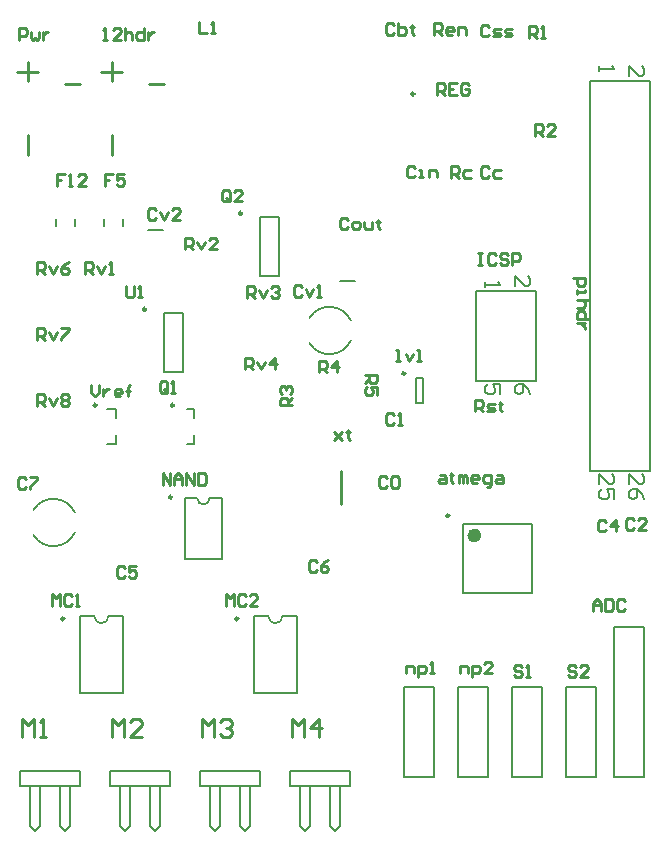
<source format=gto>
%FSLAX25Y25*%
%MOIN*%
G70*
G01*
G75*
G04 Layer_Color=65535*
%ADD10R,0.03937X0.04331*%
%ADD11R,0.15748X0.39370*%
%ADD12R,0.07087X0.06299*%
%ADD13O,0.02165X0.06496*%
%ADD14O,0.06496X0.02165*%
%ADD15R,0.08465X0.01575*%
%ADD16R,0.08465X0.01575*%
%ADD17R,0.04331X0.03937*%
%ADD18R,0.06496X0.01181*%
%ADD19R,0.05906X0.05118*%
%ADD20O,0.04921X0.01181*%
%ADD21O,0.09843X0.02756*%
%ADD22R,0.06299X0.02362*%
%ADD23O,0.07087X0.02362*%
%ADD24R,0.16535X0.16535*%
%ADD25R,0.05118X0.02362*%
%ADD26C,0.00787*%
%ADD27C,0.01181*%
%ADD28C,0.05906*%
%ADD29C,0.01969*%
%ADD30C,0.01378*%
%ADD31C,0.04724*%
%ADD32C,0.01000*%
%ADD33C,0.00000*%
%ADD34C,0.03150*%
%ADD35C,0.03937*%
%ADD36C,0.01575*%
%ADD37C,0.05906*%
%ADD38R,0.05906X0.05906*%
%ADD39C,0.05315*%
%ADD40R,0.05315X0.05315*%
%ADD41C,0.05906*%
%ADD42R,0.05906X0.05906*%
%ADD43C,0.15000*%
%ADD44C,0.05000*%
%ADD45C,0.02362*%
%ADD46C,0.00984*%
%ADD47C,0.00800*%
D26*
X115161Y155274D02*
G03*
X101360Y156232I-7161J-3274D01*
G01*
Y147768D02*
G03*
X115161Y148726I6640J4232D01*
G01*
X87638Y56795D02*
G03*
X92362Y56795I2362J0D01*
G01*
X63966Y96039D02*
G03*
X68034Y96039I2034J0D01*
G01*
X29638Y56795D02*
G03*
X34362Y56795I2362J0D01*
G01*
X9360Y83768D02*
G03*
X23161Y84726I6640J4232D01*
G01*
Y91274D02*
G03*
X9360Y92232I-7161J-3274D01*
G01*
X195000Y105000D02*
Y235000D01*
X215000Y105000D02*
Y235000D01*
X195000D02*
X215000D01*
X195000Y105000D02*
X215000D01*
X16850Y186819D02*
Y189181D01*
X23150Y186819D02*
Y189181D01*
X39150Y186819D02*
Y189181D01*
X32850Y186819D02*
Y189181D01*
X133000Y33000D02*
X143000D01*
Y3000D02*
Y33000D01*
X133000Y3000D02*
X143000D01*
X133000D02*
Y33000D01*
X169000D02*
X179000D01*
Y3000D02*
Y33000D01*
X169000Y3000D02*
X179000D01*
X169000D02*
Y33000D01*
X187000D02*
X197000D01*
Y3000D02*
Y33000D01*
X187000Y3000D02*
X197000D01*
X187000D02*
Y33000D01*
X151000D02*
X161000D01*
Y3000D02*
Y33000D01*
X151000Y3000D02*
X161000D01*
X151000D02*
Y33000D01*
X152386Y64386D02*
X175614D01*
X152386Y87614D02*
X175614D01*
Y64386D02*
Y87614D01*
X152386Y64386D02*
Y87614D01*
X157000Y135000D02*
Y154167D01*
Y135000D02*
Y165000D01*
X177000Y135000D02*
Y165000D01*
X157000D02*
X177000D01*
X157000Y135000D02*
X177000D01*
X95000Y0D02*
X115000D01*
Y5000D01*
X95000Y0D02*
Y5000D01*
X115000D01*
X98333Y-13333D02*
Y0D01*
Y-13333D02*
X100000Y-15000D01*
X101667Y-13333D01*
X101667Y-13333D02*
Y0D01*
X108333Y-13333D02*
Y0D01*
Y-13333D02*
X110000Y-15000D01*
X111667Y-13333D01*
Y0D01*
X65000D02*
X85000D01*
Y5000D01*
X65000Y0D02*
Y5000D01*
X85000D01*
X68333Y-13333D02*
Y0D01*
Y-13333D02*
X70000Y-15000D01*
X71667Y-13333D01*
X71667Y-13333D02*
Y0D01*
X78333Y-13333D02*
Y0D01*
Y-13333D02*
X80000Y-15000D01*
X81667Y-13333D01*
Y0D01*
X97087Y31205D02*
Y56795D01*
X82913Y31205D02*
Y56795D01*
Y31205D02*
X97087D01*
X92362Y56795D02*
X97087D01*
X82913D02*
X87638D01*
X72102Y75961D02*
Y96039D01*
X59898Y75961D02*
Y96039D01*
Y75961D02*
X72102D01*
X68034Y96039D02*
X72102D01*
X59898D02*
X63966D01*
X35000Y0D02*
X55000D01*
Y5000D01*
X35000Y0D02*
Y5000D01*
X55000D01*
X38333Y-13333D02*
Y0D01*
Y-13333D02*
X40000Y-15000D01*
X41667Y-13333D01*
X41667Y-13333D02*
Y0D01*
X48333Y-13333D02*
Y0D01*
Y-13333D02*
X50000Y-15000D01*
X51667Y-13333D01*
Y0D01*
X5000D02*
X25000D01*
Y5000D01*
X5000Y0D02*
Y5000D01*
X25000D01*
X8333Y-13333D02*
Y0D01*
Y-13333D02*
X10000Y-15000D01*
X11667Y-13333D01*
X11667Y-13333D02*
Y0D01*
X18333Y-13333D02*
Y0D01*
Y-13333D02*
X20000Y-15000D01*
X21667Y-13333D01*
Y0D01*
X39087Y31205D02*
Y56795D01*
X24913Y31205D02*
Y56795D01*
Y31205D02*
X39087D01*
X34362Y56795D02*
X39087D01*
X24913D02*
X29638D01*
X111441Y168520D02*
X116559D01*
X136819Y127866D02*
Y136134D01*
X139181Y127866D02*
Y136134D01*
X136819D02*
X139181D01*
X136819Y127866D02*
X139181D01*
X52850Y138157D02*
Y157843D01*
X59150Y138157D02*
Y157843D01*
X52850D02*
X59150D01*
X52850Y138157D02*
X59150D01*
X84850Y170157D02*
Y189843D01*
X91150Y170157D02*
Y189843D01*
X84850D02*
X91150D01*
X84850Y170157D02*
X91150D01*
X60394Y125906D02*
X62756D01*
Y122756D02*
Y125906D01*
X60394Y114094D02*
X62756D01*
Y117244D01*
X47441Y185480D02*
X52559D01*
X203000Y3000D02*
X213000D01*
X203000D02*
Y53000D01*
X213000Y3000D02*
Y53000D01*
X203000D02*
X213000D01*
X34000Y125906D02*
X36756D01*
Y122756D02*
Y125906D01*
X34000Y114094D02*
X36756D01*
Y117244D01*
D32*
X112000Y94200D02*
Y104200D01*
Y95000D02*
Y105000D01*
X7500Y210500D02*
Y217000D01*
Y235000D02*
Y241500D01*
X20000Y234000D02*
X25000D01*
X4000Y238000D02*
X11000D01*
X35500Y210500D02*
Y217000D01*
Y235000D02*
Y241500D01*
X48000Y234000D02*
X53000D01*
X32000Y238000D02*
X39000D01*
X200124Y88280D02*
X199468Y88936D01*
X198156D01*
X197500Y88280D01*
Y85656D01*
X198156Y85000D01*
X199468D01*
X200124Y85656D01*
X203404Y85000D02*
Y88936D01*
X201436Y86968D01*
X204060D01*
X209624Y88780D02*
X208968Y89436D01*
X207656D01*
X207000Y88780D01*
Y86156D01*
X207656Y85500D01*
X208968D01*
X209624Y86156D01*
X213560Y85500D02*
X210936D01*
X213560Y88124D01*
Y88780D01*
X212904Y89436D01*
X211592D01*
X210936Y88780D01*
X189188Y169500D02*
X193124D01*
Y167532D01*
X192468Y166876D01*
X191156D01*
X190500Y167532D01*
Y169500D01*
Y165564D02*
Y164252D01*
Y164908D01*
X193124D01*
Y165564D01*
X194436Y162285D02*
X190500D01*
X192468D01*
X193124Y161628D01*
Y160317D01*
X192468Y159661D01*
X190500D01*
X194436Y155725D02*
X190500D01*
Y157693D01*
X191156Y158349D01*
X192468D01*
X193124Y157693D01*
Y155725D01*
Y154413D02*
X190500D01*
X191812D01*
X192468Y153757D01*
X193124Y153101D01*
Y152445D01*
X120000Y137000D02*
X123936D01*
Y135032D01*
X123280Y134376D01*
X121968D01*
X121312Y135032D01*
Y137000D01*
Y135688D02*
X120000Y134376D01*
X123936Y130440D02*
Y133064D01*
X121968D01*
X122624Y131752D01*
Y131096D01*
X121968Y130440D01*
X120656D01*
X120000Y131096D01*
Y132408D01*
X120656Y133064D01*
X80000Y139000D02*
Y142936D01*
X81968D01*
X82624Y142280D01*
Y140968D01*
X81968Y140312D01*
X80000D01*
X81312D02*
X82624Y139000D01*
X83936Y141624D02*
X85248Y139000D01*
X86560Y141624D01*
X89839Y139000D02*
Y142936D01*
X87871Y140968D01*
X90495D01*
X80600Y162900D02*
Y166836D01*
X82568D01*
X83224Y166180D01*
Y164868D01*
X82568Y164212D01*
X80600D01*
X81912D02*
X83224Y162900D01*
X84536Y165524D02*
X85848Y162900D01*
X87160Y165524D01*
X88472Y166180D02*
X89127Y166836D01*
X90439D01*
X91095Y166180D01*
Y165524D01*
X90439Y164868D01*
X89783D01*
X90439D01*
X91095Y164212D01*
Y163556D01*
X90439Y162900D01*
X89127D01*
X88472Y163556D01*
X60000Y179000D02*
Y182936D01*
X61968D01*
X62624Y182280D01*
Y180968D01*
X61968Y180312D01*
X60000D01*
X61312D02*
X62624Y179000D01*
X63936Y181624D02*
X65248Y179000D01*
X66560Y181624D01*
X70495Y179000D02*
X67871D01*
X70495Y181624D01*
Y182280D01*
X69839Y182936D01*
X68527D01*
X67871Y182280D01*
X26600Y170900D02*
Y174836D01*
X28568D01*
X29224Y174180D01*
Y172868D01*
X28568Y172212D01*
X26600D01*
X27912D02*
X29224Y170900D01*
X30536Y173524D02*
X31848Y170900D01*
X33160Y173524D01*
X34471Y170900D02*
X35783D01*
X35127D01*
Y174836D01*
X34471Y174180D01*
X54024Y131756D02*
Y134380D01*
X53368Y135036D01*
X52056D01*
X51400Y134380D01*
Y131756D01*
X52056Y131100D01*
X53368D01*
X52712Y132412D02*
X54024Y131100D01*
X53368D02*
X54024Y131756D01*
X55336Y131100D02*
X56648D01*
X55992D01*
Y135036D01*
X55336Y134380D01*
X19724Y204036D02*
X17100D01*
Y202068D01*
X18412D01*
X17100D01*
Y200100D01*
X21036D02*
X22348D01*
X21692D01*
Y204036D01*
X21036Y203380D01*
X26939Y200100D02*
X24316D01*
X26939Y202724D01*
Y203380D01*
X26283Y204036D01*
X24972D01*
X24316Y203380D01*
X98724Y166580D02*
X98068Y167236D01*
X96756D01*
X96100Y166580D01*
Y163956D01*
X96756Y163300D01*
X98068D01*
X98724Y163956D01*
X100036Y165924D02*
X101348Y163300D01*
X102660Y165924D01*
X103972Y163300D02*
X105283D01*
X104627D01*
Y167236D01*
X103972Y166580D01*
X32500Y248900D02*
X33812D01*
X33156D01*
Y252836D01*
X32500Y252180D01*
X38404Y248900D02*
X35780D01*
X38404Y251524D01*
Y252180D01*
X37748Y252836D01*
X36436D01*
X35780Y252180D01*
X39715Y252836D02*
Y248900D01*
Y250868D01*
X40372Y251524D01*
X41683D01*
X42339Y250868D01*
Y248900D01*
X46275Y252836D02*
Y248900D01*
X44307D01*
X43651Y249556D01*
Y250868D01*
X44307Y251524D01*
X46275D01*
X47587D02*
Y248900D01*
Y250212D01*
X48243Y250868D01*
X48899Y251524D01*
X49555D01*
X196000Y58500D02*
Y61124D01*
X197312Y62436D01*
X198624Y61124D01*
Y58500D01*
Y60468D01*
X196000D01*
X199936Y62436D02*
Y58500D01*
X201904D01*
X202560Y59156D01*
Y61780D01*
X201904Y62436D01*
X199936D01*
X206495Y61780D02*
X205839Y62436D01*
X204527D01*
X203871Y61780D01*
Y59156D01*
X204527Y58500D01*
X205839D01*
X206495Y59156D01*
X144756Y103824D02*
X146068D01*
X146724Y103168D01*
Y101200D01*
X144756D01*
X144100Y101856D01*
X144756Y102512D01*
X146724D01*
X148692Y104480D02*
Y103824D01*
X148036D01*
X149348D01*
X148692D01*
Y101856D01*
X149348Y101200D01*
X151315D02*
Y103824D01*
X151971D01*
X152627Y103168D01*
Y101200D01*
Y103168D01*
X153283Y103824D01*
X153939Y103168D01*
Y101200D01*
X157219D02*
X155907D01*
X155251Y101856D01*
Y103168D01*
X155907Y103824D01*
X157219D01*
X157875Y103168D01*
Y102512D01*
X155251D01*
X160499Y99888D02*
X161155D01*
X161811Y100544D01*
Y103824D01*
X159843D01*
X159187Y103168D01*
Y101856D01*
X159843Y101200D01*
X161811D01*
X163779Y103824D02*
X165091D01*
X165747Y103168D01*
Y101200D01*
X163779D01*
X163123Y101856D01*
X163779Y102512D01*
X165747D01*
X127124Y102780D02*
X126468Y103436D01*
X125156D01*
X124500Y102780D01*
Y100156D01*
X125156Y99500D01*
X126468D01*
X127124Y100156D01*
X128436Y102780D02*
X129092Y103436D01*
X130404D01*
X131060Y102780D01*
Y100156D01*
X130404Y99500D01*
X129092D01*
X128436Y100156D01*
Y102780D01*
X129624Y123780D02*
X128968Y124436D01*
X127656D01*
X127000Y123780D01*
Y121156D01*
X127656Y120500D01*
X128968D01*
X129624Y121156D01*
X130936Y120500D02*
X132248D01*
X131592D01*
Y124436D01*
X130936Y123780D01*
X35724Y204036D02*
X33100D01*
Y202068D01*
X34412D01*
X33100D01*
Y200100D01*
X39660Y204036D02*
X37036D01*
Y202068D01*
X38348Y202724D01*
X39004D01*
X39660Y202068D01*
Y200756D01*
X39004Y200100D01*
X37692D01*
X37036Y200756D01*
X157600Y177736D02*
X158912D01*
X158256D01*
Y173800D01*
X157600D01*
X158912D01*
X163504Y177080D02*
X162848Y177736D01*
X161536D01*
X160880Y177080D01*
Y174456D01*
X161536Y173800D01*
X162848D01*
X163504Y174456D01*
X167439Y177080D02*
X166783Y177736D01*
X165471D01*
X164815Y177080D01*
Y176424D01*
X165471Y175768D01*
X166783D01*
X167439Y175112D01*
Y174456D01*
X166783Y173800D01*
X165471D01*
X164815Y174456D01*
X168751Y173800D02*
Y177736D01*
X170719D01*
X171375Y177080D01*
Y175768D01*
X170719Y175112D01*
X168751D01*
X133600Y37700D02*
Y40324D01*
X135568D01*
X136224Y39668D01*
Y37700D01*
X137536Y36388D02*
Y40324D01*
X139504D01*
X140160Y39668D01*
Y38356D01*
X139504Y37700D01*
X137536D01*
X141472D02*
X142783D01*
X142127D01*
Y41636D01*
X141472Y40980D01*
X151600Y37700D02*
Y40324D01*
X153568D01*
X154224Y39668D01*
Y37700D01*
X155536Y36388D02*
Y40324D01*
X157504D01*
X158160Y39668D01*
Y38356D01*
X157504Y37700D01*
X155536D01*
X162095D02*
X159471D01*
X162095Y40324D01*
Y40980D01*
X161439Y41636D01*
X160127D01*
X159471Y40980D01*
X95500Y127000D02*
X91564D01*
Y128968D01*
X92220Y129624D01*
X93532D01*
X94188Y128968D01*
Y127000D01*
Y128312D02*
X95500Y129624D01*
X92220Y130936D02*
X91564Y131592D01*
Y132904D01*
X92220Y133560D01*
X92876D01*
X93532Y132904D01*
Y132248D01*
Y132904D01*
X94188Y133560D01*
X94844D01*
X95500Y132904D01*
Y131592D01*
X94844Y130936D01*
X104500Y138000D02*
Y141936D01*
X106468D01*
X107124Y141280D01*
Y139968D01*
X106468Y139312D01*
X104500D01*
X105812D02*
X107124Y138000D01*
X110404D02*
Y141936D01*
X108436Y139968D01*
X111060D01*
X156500Y125000D02*
Y128936D01*
X158468D01*
X159124Y128280D01*
Y126968D01*
X158468Y126312D01*
X156500D01*
X157812D02*
X159124Y125000D01*
X160436D02*
X162404D01*
X163060Y125656D01*
X162404Y126312D01*
X161092D01*
X160436Y126968D01*
X161092Y127624D01*
X163060D01*
X165027Y128280D02*
Y127624D01*
X164372D01*
X165683D01*
X165027D01*
Y125656D01*
X165683Y125000D01*
X172224Y39680D02*
X171568Y40336D01*
X170256D01*
X169600Y39680D01*
Y39024D01*
X170256Y38368D01*
X171568D01*
X172224Y37712D01*
Y37056D01*
X171568Y36400D01*
X170256D01*
X169600Y37056D01*
X173536Y36400D02*
X174848D01*
X174192D01*
Y40336D01*
X173536Y39680D01*
X190224D02*
X189568Y40336D01*
X188256D01*
X187600Y39680D01*
Y39024D01*
X188256Y38368D01*
X189568D01*
X190224Y37712D01*
Y37056D01*
X189568Y36400D01*
X188256D01*
X187600Y37056D01*
X194160Y36400D02*
X191536D01*
X194160Y39024D01*
Y39680D01*
X193504Y40336D01*
X192192D01*
X191536Y39680D01*
X109600Y118224D02*
X112224Y115600D01*
X110912Y116912D01*
X112224Y118224D01*
X109600Y115600D01*
X114192Y118880D02*
Y118224D01*
X113536D01*
X114848D01*
X114192D01*
Y116256D01*
X114848Y115600D01*
X39724Y72680D02*
X39068Y73336D01*
X37756D01*
X37100Y72680D01*
Y70056D01*
X37756Y69400D01*
X39068D01*
X39724Y70056D01*
X43660Y73336D02*
X41036D01*
Y71368D01*
X42348Y72024D01*
X43004D01*
X43660Y71368D01*
Y70056D01*
X43004Y69400D01*
X41692D01*
X41036Y70056D01*
X103724Y74680D02*
X103068Y75336D01*
X101756D01*
X101100Y74680D01*
Y72056D01*
X101756Y71400D01*
X103068D01*
X103724Y72056D01*
X107660Y75336D02*
X106348Y74680D01*
X105036Y73368D01*
Y72056D01*
X105692Y71400D01*
X107004D01*
X107660Y72056D01*
Y72712D01*
X107004Y73368D01*
X105036D01*
X6724Y102580D02*
X6068Y103236D01*
X4756D01*
X4100Y102580D01*
Y99956D01*
X4756Y99300D01*
X6068D01*
X6724Y99956D01*
X8036Y103236D02*
X10660D01*
Y102580D01*
X8036Y99956D01*
Y99300D01*
X129624Y253780D02*
X128968Y254436D01*
X127656D01*
X127000Y253780D01*
Y251156D01*
X127656Y250500D01*
X128968D01*
X129624Y251156D01*
X130936Y254436D02*
Y250500D01*
X132904D01*
X133560Y251156D01*
Y251812D01*
Y252468D01*
X132904Y253124D01*
X130936D01*
X135527Y253780D02*
Y253124D01*
X134871D01*
X136183D01*
X135527D01*
Y251156D01*
X136183Y250500D01*
X161224Y206180D02*
X160568Y206836D01*
X159256D01*
X158600Y206180D01*
Y203556D01*
X159256Y202900D01*
X160568D01*
X161224Y203556D01*
X165160Y205524D02*
X163192D01*
X162536Y204868D01*
Y203556D01*
X163192Y202900D01*
X165160D01*
X136624Y206280D02*
X135968Y206936D01*
X134656D01*
X134000Y206280D01*
Y203656D01*
X134656Y203000D01*
X135968D01*
X136624Y203656D01*
X137936Y203000D02*
X139248D01*
X138592D01*
Y205624D01*
X137936D01*
X141216Y203000D02*
Y205624D01*
X143183D01*
X143839Y204968D01*
Y203000D01*
X114224Y188980D02*
X113568Y189636D01*
X112256D01*
X111600Y188980D01*
Y186356D01*
X112256Y185700D01*
X113568D01*
X114224Y186356D01*
X116192Y185700D02*
X117504D01*
X118160Y186356D01*
Y187668D01*
X117504Y188324D01*
X116192D01*
X115536Y187668D01*
Y186356D01*
X116192Y185700D01*
X119472Y188324D02*
Y186356D01*
X120127Y185700D01*
X122095D01*
Y188324D01*
X124063Y188980D02*
Y188324D01*
X123407D01*
X124719D01*
X124063D01*
Y186356D01*
X124719Y185700D01*
X161124Y253280D02*
X160468Y253936D01*
X159156D01*
X158500Y253280D01*
Y250656D01*
X159156Y250000D01*
X160468D01*
X161124Y250656D01*
X162436Y250000D02*
X164404D01*
X165060Y250656D01*
X164404Y251312D01*
X163092D01*
X162436Y251968D01*
X163092Y252624D01*
X165060D01*
X166372Y250000D02*
X168339D01*
X168995Y250656D01*
X168339Y251312D01*
X167027D01*
X166372Y251968D01*
X167027Y252624D01*
X168995D01*
X64500Y254936D02*
Y251000D01*
X67124D01*
X68436D02*
X69748D01*
X69092D01*
Y254936D01*
X68436Y254280D01*
X5650Y16350D02*
Y22348D01*
X7649Y20349D01*
X9649Y22348D01*
Y16350D01*
X11648D02*
X13647D01*
X12648D01*
Y22348D01*
X11648Y21348D01*
X35650Y16350D02*
Y22348D01*
X37649Y20349D01*
X39649Y22348D01*
Y16350D01*
X45647D02*
X41648D01*
X45647Y20349D01*
Y21348D01*
X44647Y22348D01*
X42648D01*
X41648Y21348D01*
X65650Y16350D02*
Y22348D01*
X67649Y20349D01*
X69649Y22348D01*
Y16350D01*
X71648Y21348D02*
X72648Y22348D01*
X74647D01*
X75647Y21348D01*
Y20349D01*
X74647Y19349D01*
X73647D01*
X74647D01*
X75647Y18349D01*
Y17350D01*
X74647Y16350D01*
X72648D01*
X71648Y17350D01*
X95650Y16350D02*
Y22348D01*
X97649Y20349D01*
X99649Y22348D01*
Y16350D01*
X104647D02*
Y22348D01*
X101648Y19349D01*
X105647D01*
X15500Y60200D02*
Y64136D01*
X16812Y62824D01*
X18124Y64136D01*
Y60200D01*
X22060Y63480D02*
X21404Y64136D01*
X20092D01*
X19436Y63480D01*
Y60856D01*
X20092Y60200D01*
X21404D01*
X22060Y60856D01*
X23371Y60200D02*
X24683D01*
X24027D01*
Y64136D01*
X23371Y63480D01*
X73500Y60200D02*
Y64136D01*
X74812Y62824D01*
X76124Y64136D01*
Y60200D01*
X80060Y63480D02*
X79404Y64136D01*
X78092D01*
X77436Y63480D01*
Y60856D01*
X78092Y60200D01*
X79404D01*
X80060Y60856D01*
X83995Y60200D02*
X81371D01*
X83995Y62824D01*
Y63480D01*
X83339Y64136D01*
X82027D01*
X81371Y63480D01*
X52400Y100400D02*
Y104336D01*
X55024Y100400D01*
Y104336D01*
X56336Y100400D02*
Y103024D01*
X57648Y104336D01*
X58960Y103024D01*
Y100400D01*
Y102368D01*
X56336D01*
X60272Y100400D02*
Y104336D01*
X62895Y100400D01*
Y104336D01*
X64207D02*
Y100400D01*
X66175D01*
X66831Y101056D01*
Y103680D01*
X66175Y104336D01*
X64207D01*
X174500Y249500D02*
Y253436D01*
X176468D01*
X177124Y252780D01*
Y251468D01*
X176468Y250812D01*
X174500D01*
X175812D02*
X177124Y249500D01*
X178436D02*
X179748D01*
X179092D01*
Y253436D01*
X178436Y252780D01*
X176600Y216900D02*
Y220836D01*
X178568D01*
X179224Y220180D01*
Y218868D01*
X178568Y218212D01*
X176600D01*
X177912D02*
X179224Y216900D01*
X183160D02*
X180536D01*
X183160Y219524D01*
Y220180D01*
X182504Y220836D01*
X181192D01*
X180536Y220180D01*
X148600Y202900D02*
Y206836D01*
X150568D01*
X151224Y206180D01*
Y204868D01*
X150568Y204212D01*
X148600D01*
X149912D02*
X151224Y202900D01*
X155160Y205524D02*
X153192D01*
X152536Y204868D01*
Y203556D01*
X153192Y202900D01*
X155160D01*
X144000Y230500D02*
Y234436D01*
X145968D01*
X146624Y233780D01*
Y232468D01*
X145968Y231812D01*
X144000D01*
X145312D02*
X146624Y230500D01*
X150560Y234436D02*
X147936D01*
Y230500D01*
X150560D01*
X147936Y232468D02*
X149248D01*
X154495Y233780D02*
X153839Y234436D01*
X152527D01*
X151872Y233780D01*
Y231156D01*
X152527Y230500D01*
X153839D01*
X154495Y231156D01*
Y232468D01*
X153183D01*
X143000Y250500D02*
Y254436D01*
X144968D01*
X145624Y253780D01*
Y252468D01*
X144968Y251812D01*
X143000D01*
X144312D02*
X145624Y250500D01*
X148904D02*
X147592D01*
X146936Y251156D01*
Y252468D01*
X147592Y253124D01*
X148904D01*
X149560Y252468D01*
Y251812D01*
X146936D01*
X150872Y250500D02*
Y253124D01*
X152839D01*
X153495Y252468D01*
Y250500D01*
X130100Y141700D02*
X131412D01*
X130756D01*
Y145636D01*
X130100D01*
X133380Y144324D02*
X134692Y141700D01*
X136004Y144324D01*
X137315Y141700D02*
X138627D01*
X137971D01*
Y145636D01*
X137315D01*
X4500Y248900D02*
Y252836D01*
X6468D01*
X7124Y252180D01*
Y250868D01*
X6468Y250212D01*
X4500D01*
X8436Y251524D02*
Y249556D01*
X9092Y248900D01*
X9748Y249556D01*
X10404Y248900D01*
X11060Y249556D01*
Y251524D01*
X12371D02*
Y248900D01*
Y250212D01*
X13027Y250868D01*
X13683Y251524D01*
X14339D01*
X74924Y195656D02*
Y198280D01*
X74268Y198936D01*
X72956D01*
X72300Y198280D01*
Y195656D01*
X72956Y195000D01*
X74268D01*
X73612Y196312D02*
X74924Y195000D01*
X74268D02*
X74924Y195656D01*
X78860Y195000D02*
X76236D01*
X78860Y197624D01*
Y198280D01*
X78204Y198936D01*
X76892D01*
X76236Y198280D01*
X10600Y170900D02*
Y174836D01*
X12568D01*
X13224Y174180D01*
Y172868D01*
X12568Y172212D01*
X10600D01*
X11912D02*
X13224Y170900D01*
X14536Y173524D02*
X15848Y170900D01*
X17160Y173524D01*
X21095Y174836D02*
X19783Y174180D01*
X18472Y172868D01*
Y171556D01*
X19127Y170900D01*
X20439D01*
X21095Y171556D01*
Y172212D01*
X20439Y172868D01*
X18472D01*
X10600Y148900D02*
Y152836D01*
X12568D01*
X13224Y152180D01*
Y150868D01*
X12568Y150212D01*
X10600D01*
X11912D02*
X13224Y148900D01*
X14536Y151524D02*
X15848Y148900D01*
X17160Y151524D01*
X18472Y152836D02*
X21095D01*
Y152180D01*
X18472Y149556D01*
Y148900D01*
X10600Y126900D02*
Y130836D01*
X12568D01*
X13224Y130180D01*
Y128868D01*
X12568Y128212D01*
X10600D01*
X11912D02*
X13224Y126900D01*
X14536Y129524D02*
X15848Y126900D01*
X17160Y129524D01*
X18472Y130180D02*
X19127Y130836D01*
X20439D01*
X21095Y130180D01*
Y129524D01*
X20439Y128868D01*
X21095Y128212D01*
Y127556D01*
X20439Y126900D01*
X19127D01*
X18472Y127556D01*
Y128212D01*
X19127Y128868D01*
X18472Y129524D01*
Y130180D01*
X19127Y128868D02*
X20439D01*
X40300Y166936D02*
Y163656D01*
X40956Y163000D01*
X42268D01*
X42924Y163656D01*
Y166936D01*
X44236Y163000D02*
X45548D01*
X44892D01*
Y166936D01*
X44236Y166280D01*
X28500Y133936D02*
Y131312D01*
X29812Y130000D01*
X31124Y131312D01*
Y133936D01*
X32436Y132624D02*
Y130000D01*
Y131312D01*
X33092Y131968D01*
X33748Y132624D01*
X34404D01*
X38339Y130000D02*
X37027D01*
X36371Y130656D01*
Y131968D01*
X37027Y132624D01*
X38339D01*
X38995Y131968D01*
Y131312D01*
X36371D01*
X40963Y130000D02*
Y133280D01*
Y131968D01*
X40307D01*
X41619D01*
X40963D01*
Y133280D01*
X41619Y133936D01*
X50224Y192180D02*
X49568Y192836D01*
X48256D01*
X47600Y192180D01*
Y189556D01*
X48256Y188900D01*
X49568D01*
X50224Y189556D01*
X51536Y191524D02*
X52848Y188900D01*
X54160Y191524D01*
X58095Y188900D02*
X55471D01*
X58095Y191524D01*
Y192180D01*
X57439Y192836D01*
X56127D01*
X55471Y192180D01*
D45*
X157504Y83677D02*
G03*
X157504Y83677I-1181J0D01*
G01*
D46*
X147957Y90272D02*
G03*
X147957Y90272I-492J0D01*
G01*
X77598Y55910D02*
G03*
X77598Y55910I-492J0D01*
G01*
X55567Y96433D02*
G03*
X55567Y96433I-492J0D01*
G01*
X19598Y55910D02*
G03*
X19598Y55910I-492J0D01*
G01*
X133276Y137709D02*
G03*
X133276Y137709I-492J0D01*
G01*
X46847Y159043D02*
G03*
X46847Y159043I-492J0D01*
G01*
X78847Y191043D02*
G03*
X78847Y191043I-492J0D01*
G01*
X56161Y127087D02*
G03*
X56161Y127087I-492J0D01*
G01*
X136319Y230847D02*
G03*
X136319Y230847I-492J0D01*
G01*
X30358Y127087D02*
G03*
X30358Y127087I-492J0D01*
G01*
D47*
X208000Y100668D02*
Y104000D01*
X211332Y100668D01*
X212165D01*
X212998Y101501D01*
Y103167D01*
X212165Y104000D01*
X212998Y95669D02*
X212165Y97335D01*
X210499Y99002D01*
X208833D01*
X208000Y98169D01*
Y96502D01*
X208833Y95669D01*
X209666D01*
X210499Y96502D01*
Y99002D01*
X198000Y100668D02*
Y104000D01*
X201332Y100668D01*
X202165D01*
X202998Y101501D01*
Y103167D01*
X202165Y104000D01*
X202998Y95669D02*
Y99002D01*
X200499D01*
X201332Y97335D01*
Y96502D01*
X200499Y95669D01*
X198833D01*
X198000Y96502D01*
Y98169D01*
X198833Y99002D01*
X198000Y240000D02*
Y238334D01*
Y239167D01*
X202998D01*
X202165Y240000D01*
X208000Y236668D02*
Y240000D01*
X211332Y236668D01*
X212165D01*
X212998Y237501D01*
Y239167D01*
X212165Y240000D01*
X160000Y168000D02*
Y166334D01*
Y167167D01*
X164998D01*
X164165Y168000D01*
X170000Y166668D02*
Y170000D01*
X173332Y166668D01*
X174165D01*
X174998Y167501D01*
Y169167D01*
X174165Y170000D01*
X164998Y130668D02*
Y134000D01*
X162499D01*
X163332Y132334D01*
Y131501D01*
X162499Y130668D01*
X160833D01*
X160000Y131501D01*
Y133167D01*
X160833Y134000D01*
X174998Y130668D02*
X174165Y132334D01*
X172499Y134000D01*
X170833D01*
X170000Y133167D01*
Y131501D01*
X170833Y130668D01*
X171666D01*
X172499Y131501D01*
Y134000D01*
M02*

</source>
